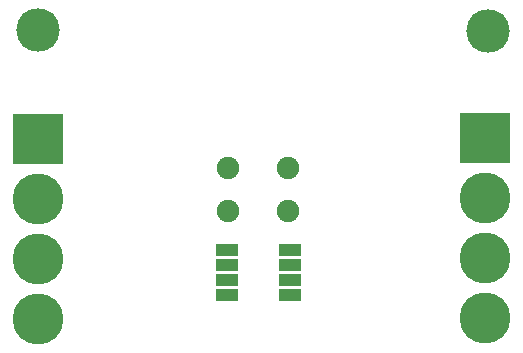
<source format=gts>
G04 (created by PCBNEW (2012-nov-02)-testing) date Wed 06 Feb 2013 11:23:47 PM EST*
%MOIN*%
G04 Gerber Fmt 3.4, Leading zero omitted, Abs format*
%FSLAX34Y34*%
G01*
G70*
G90*
G04 APERTURE LIST*
%ADD10C,2.3622e-06*%
%ADD11C,0.075*%
%ADD12C,0.145*%
%ADD13R,0.0751X0.0436*%
%ADD14C,0.17*%
%ADD15R,0.17X0.17*%
G04 APERTURE END LIST*
G54D10*
G54D11*
X83200Y-69500D03*
X81200Y-69500D03*
X83200Y-68050D03*
X81200Y-68050D03*
G54D12*
X89850Y-63500D03*
X74850Y-63450D03*
G54D13*
X83250Y-70800D03*
X81150Y-70800D03*
X83250Y-71300D03*
X83250Y-71800D03*
X83250Y-72300D03*
X81150Y-71300D03*
X81150Y-71800D03*
X81150Y-72300D03*
G54D14*
X74850Y-69100D03*
X74850Y-71100D03*
G54D15*
X74850Y-67100D03*
G54D14*
X74850Y-73100D03*
X89750Y-69050D03*
X89750Y-71050D03*
G54D15*
X89750Y-67050D03*
G54D14*
X89750Y-73050D03*
M02*

</source>
